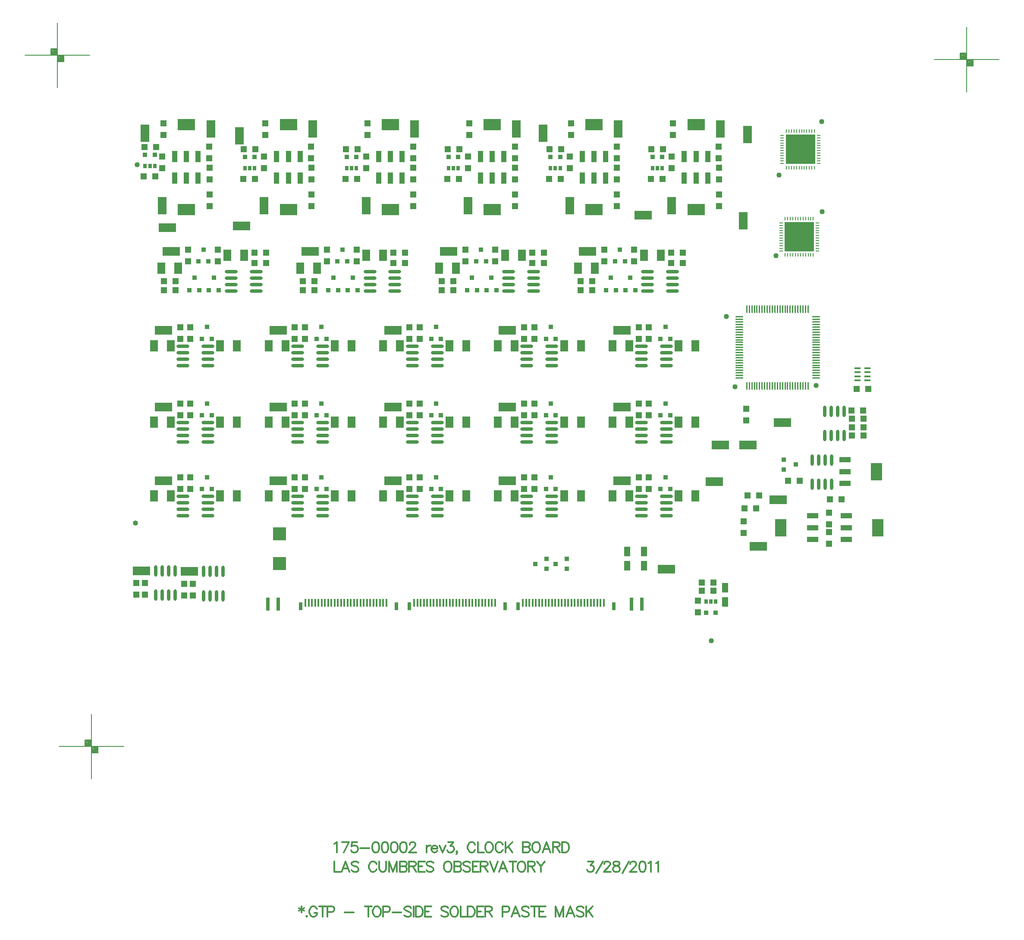
<source format=gtp>
%FSLAX23Y23*%
%MOIN*%
G70*
G01*
G75*
G04 Layer_Color=8421504*
%ADD10O,0.010X0.061*%
%ADD11O,0.061X0.010*%
%ADD12R,0.037X0.035*%
%ADD13R,0.037X0.035*%
%ADD14R,0.035X0.037*%
%ADD15R,0.035X0.037*%
%ADD16R,0.138X0.085*%
%ADD17R,0.043X0.085*%
%ADD18R,0.043X0.085*%
%ADD19R,0.135X0.070*%
%ADD20R,0.028X0.036*%
%ADD21R,0.036X0.036*%
%ADD22R,0.036X0.036*%
%ADD23R,0.100X0.100*%
%ADD24R,0.060X0.086*%
%ADD25R,0.045X0.017*%
%ADD26R,0.031X0.060*%
%ADD27R,0.014X0.060*%
%ADD28R,0.030X0.100*%
%ADD29R,0.228X0.228*%
%ADD30O,0.008X0.033*%
%ADD31O,0.033X0.008*%
%ADD32O,0.024X0.087*%
%ADD33R,0.050X0.050*%
%ADD34R,0.070X0.135*%
%ADD35O,0.098X0.028*%
%ADD36R,0.050X0.050*%
%ADD37R,0.085X0.043*%
%ADD38R,0.085X0.043*%
%ADD39R,0.085X0.138*%
%ADD40R,0.048X0.078*%
%ADD41C,0.040*%
%ADD42C,0.010*%
%ADD43C,0.005*%
%ADD44C,0.020*%
%ADD45C,0.007*%
%ADD46C,0.012*%
%ADD47R,1.181X0.787*%
%ADD48C,0.008*%
%ADD49C,0.012*%
%ADD50C,0.012*%
%ADD51C,0.020*%
%ADD52C,0.026*%
%ADD53R,0.059X0.059*%
%ADD54C,0.059*%
%ADD55C,0.236*%
%ADD56C,0.050*%
%ADD57C,0.024*%
%ADD58C,0.040*%
%ADD59C,0.030*%
%ADD60C,0.033*%
%ADD61C,0.055*%
G04:AMPARAMS|DCode=62|XSize=70mil|YSize=70mil|CornerRadius=0mil|HoleSize=0mil|Usage=FLASHONLY|Rotation=0.000|XOffset=0mil|YOffset=0mil|HoleType=Round|Shape=Relief|Width=10mil|Gap=10mil|Entries=4|*
%AMTHD62*
7,0,0,0.070,0.050,0.010,45*
%
%ADD62THD62*%
G04:AMPARAMS|DCode=63|XSize=95.433mil|YSize=95.433mil|CornerRadius=0mil|HoleSize=0mil|Usage=FLASHONLY|Rotation=0.000|XOffset=0mil|YOffset=0mil|HoleType=Round|Shape=Relief|Width=10mil|Gap=10mil|Entries=4|*
%AMTHD63*
7,0,0,0.095,0.075,0.010,45*
%
%ADD63THD63*%
%ADD64C,0.045*%
%ADD65R,0.065X0.024*%
%ADD66R,0.094X0.102*%
%ADD67R,0.075X0.063*%
%ADD68O,0.087X0.024*%
%ADD69R,0.078X0.048*%
%ADD70O,0.028X0.098*%
%ADD71R,1.181X0.787*%
%ADD72C,0.024*%
%ADD73C,0.010*%
%ADD74C,0.010*%
%ADD75C,0.008*%
%ADD76C,0.006*%
%ADD77R,0.240X0.165*%
D10*
X26134Y18071D02*
D03*
X26154D02*
D03*
X26174D02*
D03*
X26194D02*
D03*
X26213D02*
D03*
X26233D02*
D03*
X26253D02*
D03*
X26272D02*
D03*
X26292D02*
D03*
X26312D02*
D03*
X26331D02*
D03*
X26351D02*
D03*
X26371D02*
D03*
X26390D02*
D03*
X26410D02*
D03*
X26430D02*
D03*
X26449D02*
D03*
X26469D02*
D03*
X26489D02*
D03*
X26508D02*
D03*
X26528D02*
D03*
X26548D02*
D03*
X26568D02*
D03*
X26587D02*
D03*
X26607D02*
D03*
Y17479D02*
D03*
X26587D02*
D03*
X26568D02*
D03*
X26548D02*
D03*
X26528D02*
D03*
X26508D02*
D03*
X26489D02*
D03*
X26469D02*
D03*
X26449D02*
D03*
X26430D02*
D03*
X26410D02*
D03*
X26390D02*
D03*
X26371D02*
D03*
X26351D02*
D03*
X26331D02*
D03*
X26312D02*
D03*
X26292D02*
D03*
X26272D02*
D03*
X26253D02*
D03*
X26233D02*
D03*
X26213D02*
D03*
X26194D02*
D03*
X26174D02*
D03*
X26154D02*
D03*
X26134D02*
D03*
D11*
X26667Y18011D02*
D03*
Y17992D02*
D03*
Y17972D02*
D03*
Y17952D02*
D03*
Y17933D02*
D03*
Y17913D02*
D03*
Y17893D02*
D03*
Y17874D02*
D03*
Y17854D02*
D03*
Y17834D02*
D03*
Y17815D02*
D03*
Y17795D02*
D03*
Y17775D02*
D03*
Y17755D02*
D03*
Y17736D02*
D03*
Y17716D02*
D03*
Y17696D02*
D03*
Y17677D02*
D03*
Y17657D02*
D03*
Y17637D02*
D03*
Y17618D02*
D03*
Y17598D02*
D03*
Y17578D02*
D03*
Y17559D02*
D03*
Y17539D02*
D03*
X26074D02*
D03*
Y17559D02*
D03*
Y17578D02*
D03*
Y17598D02*
D03*
Y17618D02*
D03*
Y17637D02*
D03*
Y17657D02*
D03*
Y17677D02*
D03*
Y17696D02*
D03*
Y17716D02*
D03*
Y17736D02*
D03*
Y17755D02*
D03*
Y17775D02*
D03*
Y17795D02*
D03*
Y17815D02*
D03*
Y17834D02*
D03*
Y17854D02*
D03*
Y17874D02*
D03*
Y17893D02*
D03*
Y17913D02*
D03*
Y17933D02*
D03*
Y17952D02*
D03*
Y17972D02*
D03*
Y17992D02*
D03*
Y18011D02*
D03*
D12*
X26419Y16909D02*
D03*
X26512Y16872D02*
D03*
D13*
X26419Y16834D02*
D03*
D14*
X21864Y18317D02*
D03*
X21826Y18219D02*
D03*
X25466Y17842D02*
D03*
X25504Y17935D02*
D03*
X22809Y17842D02*
D03*
X22846Y17935D02*
D03*
X25115Y18442D02*
D03*
X25152Y18534D02*
D03*
X24042Y18442D02*
D03*
X24079Y18534D02*
D03*
X22969Y18442D02*
D03*
X23007Y18534D02*
D03*
X21896Y18442D02*
D03*
X21934Y18534D02*
D03*
X24580Y17842D02*
D03*
X24618Y17935D02*
D03*
X23695Y17842D02*
D03*
X23732Y17935D02*
D03*
X21923Y17842D02*
D03*
X21960Y17935D02*
D03*
X25232Y18317D02*
D03*
X25195Y18219D02*
D03*
X24159Y18317D02*
D03*
X24122Y18219D02*
D03*
X23087Y18317D02*
D03*
X23049Y18219D02*
D03*
X22014Y18317D02*
D03*
X21976Y18219D02*
D03*
X25082Y18317D02*
D03*
X25045Y18219D02*
D03*
X24009Y18317D02*
D03*
X23972Y18219D02*
D03*
X22937Y18317D02*
D03*
X22899Y18219D02*
D03*
X21960Y17344D02*
D03*
X21923Y17252D02*
D03*
X24618Y17344D02*
D03*
X24580Y17252D02*
D03*
X25504Y17344D02*
D03*
X25466Y17252D02*
D03*
X21960Y16773D02*
D03*
X21923Y16681D02*
D03*
X22846Y16773D02*
D03*
X22809Y16681D02*
D03*
X25504Y16773D02*
D03*
X25466Y16681D02*
D03*
X22846Y17344D02*
D03*
X22809Y17252D02*
D03*
X23732Y17344D02*
D03*
X23695Y17252D02*
D03*
X23732Y16773D02*
D03*
X23695Y16681D02*
D03*
X24618Y16773D02*
D03*
X24580Y16681D02*
D03*
D15*
X21901Y18219D02*
D03*
X25541Y17842D02*
D03*
X22884D02*
D03*
X25190Y18442D02*
D03*
X24117D02*
D03*
X23044D02*
D03*
X21971D02*
D03*
X24655Y17842D02*
D03*
X23769D02*
D03*
X21998D02*
D03*
X25270Y18219D02*
D03*
X24197D02*
D03*
X23124D02*
D03*
X22051D02*
D03*
X25120D02*
D03*
X24047D02*
D03*
X22974D02*
D03*
X21998Y17252D02*
D03*
X24655D02*
D03*
X25541D02*
D03*
X21998Y16681D02*
D03*
X22884D02*
D03*
X25541D02*
D03*
X22884Y17252D02*
D03*
X23769Y17252D02*
D03*
X23769Y16681D02*
D03*
X24655D02*
D03*
D16*
X25740Y19498D02*
D03*
X21803Y19498D02*
D03*
X25740Y18841D02*
D03*
X24952D02*
D03*
X24165D02*
D03*
X23377D02*
D03*
X22590D02*
D03*
X21803D02*
D03*
X24952Y19498D02*
D03*
X24165Y19498D02*
D03*
X23377Y19498D02*
D03*
X22590Y19498D02*
D03*
D17*
X25830Y19254D02*
D03*
X25649D02*
D03*
X21712Y19254D02*
D03*
X21893D02*
D03*
X25830Y19085D02*
D03*
X25649D02*
D03*
X25043Y19085D02*
D03*
X24862D02*
D03*
X24255D02*
D03*
X24074D02*
D03*
X23468D02*
D03*
X23287D02*
D03*
X22681D02*
D03*
X22499D02*
D03*
X21893D02*
D03*
X21712D02*
D03*
X24862Y19254D02*
D03*
X25043D02*
D03*
X24074Y19254D02*
D03*
X24255D02*
D03*
X23287Y19254D02*
D03*
X23468D02*
D03*
X22499Y19254D02*
D03*
X22681D02*
D03*
D18*
X25740Y19254D02*
D03*
X21803Y19254D02*
D03*
X25740Y19085D02*
D03*
X24952Y19085D02*
D03*
X24165D02*
D03*
X23377D02*
D03*
X22590D02*
D03*
X21803D02*
D03*
X24952Y19254D02*
D03*
X24165Y19254D02*
D03*
X23377Y19254D02*
D03*
X22590Y19254D02*
D03*
D19*
X24283Y16747D02*
D03*
X22228Y18716D02*
D03*
X25510Y16062D02*
D03*
X26407Y17196D02*
D03*
X26142Y17021D02*
D03*
X25333Y18798D02*
D03*
X21655Y18703D02*
D03*
X25169Y17908D02*
D03*
X22511D02*
D03*
X21626D02*
D03*
X23397D02*
D03*
X24283D02*
D03*
X21684Y18518D02*
D03*
X22757D02*
D03*
X23829D02*
D03*
X24902D02*
D03*
X25880Y16738D02*
D03*
X26223Y16239D02*
D03*
X26374Y16599D02*
D03*
X25929Y17024D02*
D03*
X21455Y16050D02*
D03*
X21825Y16045D02*
D03*
X21626Y17317D02*
D03*
X24283D02*
D03*
X25169D02*
D03*
X21626Y16747D02*
D03*
X22511D02*
D03*
X25169D02*
D03*
X22511Y17317D02*
D03*
X23397Y17317D02*
D03*
Y16747D02*
D03*
D20*
X25893Y15813D02*
D03*
X25819D02*
D03*
X25856D02*
D03*
X25404Y19162D02*
D03*
X25478D02*
D03*
X25441D02*
D03*
X24616D02*
D03*
X24690D02*
D03*
X24653D02*
D03*
X23829D02*
D03*
X23903D02*
D03*
X23866D02*
D03*
X23042D02*
D03*
X23116D02*
D03*
X23079D02*
D03*
X22254D02*
D03*
X22328D02*
D03*
X22291D02*
D03*
X21483Y19179D02*
D03*
X21557D02*
D03*
X21520D02*
D03*
D21*
X25893Y15727D02*
D03*
X25819D02*
D03*
X25404Y19248D02*
D03*
X25478D02*
D03*
X24616D02*
D03*
X24690D02*
D03*
X23829D02*
D03*
X23903D02*
D03*
X23042D02*
D03*
X23116D02*
D03*
X22254D02*
D03*
X22328D02*
D03*
X21483Y19265D02*
D03*
X21557D02*
D03*
D22*
X24740Y16141D02*
D03*
X24654Y16104D02*
D03*
X24740Y16067D02*
D03*
X24584Y16141D02*
D03*
X24498Y16104D02*
D03*
X24584Y16067D02*
D03*
D23*
X22521Y16336D02*
D03*
Y16106D02*
D03*
D24*
X24720Y16628D02*
D03*
X24850D02*
D03*
X25736Y17790D02*
D03*
X25606D02*
D03*
X23078D02*
D03*
X22948D02*
D03*
X25094D02*
D03*
X25224D02*
D03*
X22437D02*
D03*
X22567D02*
D03*
X24827Y18388D02*
D03*
X24957D02*
D03*
X23754D02*
D03*
X23884D02*
D03*
X22812D02*
D03*
X22682D02*
D03*
X21609D02*
D03*
X21739D02*
D03*
X25337Y18488D02*
D03*
X25467D02*
D03*
X24264D02*
D03*
X24394D02*
D03*
X23322D02*
D03*
X23192D02*
D03*
X22119D02*
D03*
X22249D02*
D03*
X24850Y17790D02*
D03*
X24720D02*
D03*
X23964D02*
D03*
X23834D02*
D03*
X22193D02*
D03*
X22063D02*
D03*
X24208D02*
D03*
X24338D02*
D03*
X23322D02*
D03*
X23452D02*
D03*
X21551D02*
D03*
X21681D02*
D03*
Y17199D02*
D03*
X21551D02*
D03*
X24338D02*
D03*
X24208D02*
D03*
X25224D02*
D03*
X25094D02*
D03*
X21681Y16628D02*
D03*
X21551D02*
D03*
X22567D02*
D03*
X22437D02*
D03*
X25224Y16628D02*
D03*
X25094D02*
D03*
X22063Y17199D02*
D03*
X22193D02*
D03*
X24720D02*
D03*
X24850D02*
D03*
X25606D02*
D03*
X25736D02*
D03*
X22063Y16628D02*
D03*
X22193D02*
D03*
X22948D02*
D03*
X23078D02*
D03*
X25606Y16628D02*
D03*
X25736D02*
D03*
X22567Y17199D02*
D03*
X22437D02*
D03*
X23452Y17199D02*
D03*
X23322D02*
D03*
X23452Y16628D02*
D03*
X23322D02*
D03*
X24338D02*
D03*
X24208D02*
D03*
X22948Y17199D02*
D03*
X23078D02*
D03*
X23834Y17199D02*
D03*
X23964D02*
D03*
X23834Y16628D02*
D03*
X23964D02*
D03*
D25*
X27066Y17617D02*
D03*
Y17586D02*
D03*
Y17554D02*
D03*
Y17523D02*
D03*
X26989D02*
D03*
Y17554D02*
D03*
Y17586D02*
D03*
Y17617D02*
D03*
D26*
X22685Y15776D02*
D03*
X23425D02*
D03*
X23525D02*
D03*
X24265D02*
D03*
X24365D02*
D03*
X25105D02*
D03*
D27*
X25028Y15804D02*
D03*
X25003D02*
D03*
X24978D02*
D03*
X24953D02*
D03*
X24928D02*
D03*
X24903D02*
D03*
X24878D02*
D03*
X24853D02*
D03*
X24828D02*
D03*
X24803D02*
D03*
X24778D02*
D03*
X24753D02*
D03*
X24728D02*
D03*
X24703D02*
D03*
X24678D02*
D03*
X24653D02*
D03*
X24628D02*
D03*
X24603D02*
D03*
X24578D02*
D03*
X24553D02*
D03*
X24528D02*
D03*
X24503D02*
D03*
X24478D02*
D03*
X24453D02*
D03*
X24428D02*
D03*
X24403D02*
D03*
X24187Y15803D02*
D03*
X24162D02*
D03*
X24137D02*
D03*
X24112D02*
D03*
X24087D02*
D03*
X24062D02*
D03*
X24037D02*
D03*
X24012D02*
D03*
X23987D02*
D03*
X23962D02*
D03*
X23937D02*
D03*
X23912D02*
D03*
X23887D02*
D03*
X23862D02*
D03*
X23837D02*
D03*
X23812D02*
D03*
X23787D02*
D03*
X23762D02*
D03*
X23737D02*
D03*
X23712D02*
D03*
X23687D02*
D03*
X23662D02*
D03*
X23637D02*
D03*
X23612D02*
D03*
X23587D02*
D03*
X23562D02*
D03*
X23347D02*
D03*
X23322D02*
D03*
X23297D02*
D03*
X23272D02*
D03*
X23247D02*
D03*
X23222D02*
D03*
X23197D02*
D03*
X23172D02*
D03*
X23147D02*
D03*
X23122D02*
D03*
X23097D02*
D03*
X23072D02*
D03*
X23047D02*
D03*
X23022D02*
D03*
X22997D02*
D03*
X22972D02*
D03*
X22947D02*
D03*
X22922D02*
D03*
X22897D02*
D03*
X22872D02*
D03*
X22847D02*
D03*
X22822D02*
D03*
X22797D02*
D03*
X22772D02*
D03*
X22747D02*
D03*
X22722D02*
D03*
D28*
X22431Y15794D02*
D03*
X22510D02*
D03*
X25241Y15794D02*
D03*
X25320D02*
D03*
D29*
X26538Y18631D02*
D03*
X26547Y19308D02*
D03*
D30*
X26429Y18772D02*
D03*
X26449D02*
D03*
X26469D02*
D03*
X26489D02*
D03*
X26508D02*
D03*
X26528D02*
D03*
X26548D02*
D03*
X26567D02*
D03*
X26587D02*
D03*
X26607D02*
D03*
X26626D02*
D03*
X26646D02*
D03*
Y18491D02*
D03*
X26626D02*
D03*
X26607D02*
D03*
X26587D02*
D03*
X26567D02*
D03*
X26548D02*
D03*
X26528D02*
D03*
X26508D02*
D03*
X26489D02*
D03*
X26469D02*
D03*
X26449D02*
D03*
X26429D02*
D03*
X26438Y19449D02*
D03*
X26458D02*
D03*
X26478D02*
D03*
X26498D02*
D03*
X26517D02*
D03*
X26537D02*
D03*
X26557D02*
D03*
X26576D02*
D03*
X26596D02*
D03*
X26616D02*
D03*
X26635D02*
D03*
X26655D02*
D03*
Y19167D02*
D03*
X26635D02*
D03*
X26596D02*
D03*
X26576D02*
D03*
X26557D02*
D03*
X26537D02*
D03*
X26517D02*
D03*
X26498D02*
D03*
X26478D02*
D03*
X26458D02*
D03*
X26438D02*
D03*
X26616D02*
D03*
D31*
X26679Y18740D02*
D03*
Y18720D02*
D03*
Y18700D02*
D03*
Y18680D02*
D03*
Y18661D02*
D03*
Y18641D02*
D03*
Y18621D02*
D03*
Y18602D02*
D03*
Y18582D02*
D03*
Y18562D02*
D03*
Y18543D02*
D03*
Y18523D02*
D03*
X26397D02*
D03*
Y18543D02*
D03*
Y18562D02*
D03*
Y18582D02*
D03*
Y18602D02*
D03*
Y18621D02*
D03*
Y18641D02*
D03*
Y18661D02*
D03*
Y18680D02*
D03*
Y18700D02*
D03*
Y18720D02*
D03*
Y18740D02*
D03*
X26688Y19416D02*
D03*
Y19397D02*
D03*
Y19377D02*
D03*
Y19357D02*
D03*
Y19338D02*
D03*
Y19318D02*
D03*
Y19298D02*
D03*
Y19278D02*
D03*
Y19259D02*
D03*
Y19239D02*
D03*
Y19219D02*
D03*
Y19200D02*
D03*
X26406Y19219D02*
D03*
Y19239D02*
D03*
Y19259D02*
D03*
Y19278D02*
D03*
Y19298D02*
D03*
Y19318D02*
D03*
Y19338D02*
D03*
Y19357D02*
D03*
Y19377D02*
D03*
Y19397D02*
D03*
Y19416D02*
D03*
Y19200D02*
D03*
D32*
X21935Y15856D02*
D03*
X21985D02*
D03*
X22035D02*
D03*
X22085D02*
D03*
X21935Y16045D02*
D03*
X21985D02*
D03*
X22035D02*
D03*
X22085D02*
D03*
X26735Y17095D02*
D03*
X26785D02*
D03*
X26835D02*
D03*
X26885D02*
D03*
X26735Y17284D02*
D03*
X26785D02*
D03*
X26835D02*
D03*
X26885D02*
D03*
X21565Y15861D02*
D03*
X21615D02*
D03*
X21665D02*
D03*
X21715D02*
D03*
X21565Y16050D02*
D03*
X21615D02*
D03*
X21665D02*
D03*
X21715D02*
D03*
X26638Y16718D02*
D03*
X26688D02*
D03*
X26738D02*
D03*
X26788D02*
D03*
X26638Y16907D02*
D03*
X26688D02*
D03*
X26738D02*
D03*
X26788D02*
D03*
D33*
X25486Y19308D02*
D03*
X25396D02*
D03*
X24698D02*
D03*
X24608D02*
D03*
X23911D02*
D03*
X23821D02*
D03*
X23124D02*
D03*
X23034D02*
D03*
X22336D02*
D03*
X22246D02*
D03*
X21568Y19325D02*
D03*
X21478D02*
D03*
X25876Y15895D02*
D03*
X25786D02*
D03*
X25876Y15960D02*
D03*
X25786D02*
D03*
X26945Y17095D02*
D03*
X27035D02*
D03*
X27035Y17160D02*
D03*
X26945D02*
D03*
X25483Y19080D02*
D03*
X25393D02*
D03*
X24605D02*
D03*
X24695D02*
D03*
X23818D02*
D03*
X23908D02*
D03*
X23031D02*
D03*
X23121D02*
D03*
X22243D02*
D03*
X22333D02*
D03*
X21473Y19099D02*
D03*
X21563D02*
D03*
X25547Y18428D02*
D03*
X25637D02*
D03*
X24474D02*
D03*
X24564D02*
D03*
X23402D02*
D03*
X23492D02*
D03*
X22329D02*
D03*
X22419D02*
D03*
X24937Y18288D02*
D03*
X24847D02*
D03*
X23864D02*
D03*
X23774D02*
D03*
X22792D02*
D03*
X22702D02*
D03*
X21719D02*
D03*
X21629D02*
D03*
X24847Y18218D02*
D03*
X24937D02*
D03*
X23774D02*
D03*
X23864D02*
D03*
X22792D02*
D03*
X22702D02*
D03*
X21629D02*
D03*
X21719D02*
D03*
X25637Y18508D02*
D03*
X25547D02*
D03*
X24564D02*
D03*
X24474D02*
D03*
X23402D02*
D03*
X23492D02*
D03*
X22419D02*
D03*
X22329D02*
D03*
X27035Y17225D02*
D03*
X26945D02*
D03*
X27070Y17457D02*
D03*
X26980D02*
D03*
X26942Y17290D02*
D03*
X27032D02*
D03*
X26775Y16604D02*
D03*
X26865D02*
D03*
X26543Y16746D02*
D03*
X26453D02*
D03*
X26228Y16633D02*
D03*
X26138D02*
D03*
X26204Y16532D02*
D03*
X26114D02*
D03*
D34*
X26105Y18755D02*
D03*
X21480Y19433D02*
D03*
X26137Y19422D02*
D03*
X24559Y19434D02*
D03*
X22212Y19411D02*
D03*
X21990Y19465D02*
D03*
X22777D02*
D03*
X23564D02*
D03*
X24352D02*
D03*
X25139D02*
D03*
X25927D02*
D03*
X21616Y18873D02*
D03*
X22403D02*
D03*
X23190D02*
D03*
X23978D02*
D03*
X24765D02*
D03*
X25553D02*
D03*
D35*
X25319Y17786D02*
D03*
Y17736D02*
D03*
Y17686D02*
D03*
Y17636D02*
D03*
X25511Y17786D02*
D03*
Y17736D02*
D03*
Y17686D02*
D03*
Y17636D02*
D03*
X22661Y17786D02*
D03*
Y17736D02*
D03*
Y17686D02*
D03*
Y17636D02*
D03*
X22854Y17786D02*
D03*
Y17736D02*
D03*
Y17686D02*
D03*
Y17636D02*
D03*
X25366Y18363D02*
D03*
Y18313D02*
D03*
Y18263D02*
D03*
Y18213D02*
D03*
X25559Y18363D02*
D03*
Y18313D02*
D03*
Y18263D02*
D03*
Y18213D02*
D03*
X24293Y18363D02*
D03*
Y18313D02*
D03*
Y18263D02*
D03*
Y18213D02*
D03*
X24486Y18363D02*
D03*
Y18313D02*
D03*
Y18263D02*
D03*
Y18213D02*
D03*
X23220Y18363D02*
D03*
Y18313D02*
D03*
Y18263D02*
D03*
Y18213D02*
D03*
X23413Y18363D02*
D03*
Y18313D02*
D03*
Y18263D02*
D03*
Y18213D02*
D03*
X22147Y18363D02*
D03*
Y18313D02*
D03*
Y18263D02*
D03*
Y18213D02*
D03*
X22340Y18363D02*
D03*
Y18313D02*
D03*
Y18263D02*
D03*
Y18213D02*
D03*
X24433Y17786D02*
D03*
Y17736D02*
D03*
Y17686D02*
D03*
Y17636D02*
D03*
X24626Y17786D02*
D03*
Y17736D02*
D03*
Y17686D02*
D03*
Y17636D02*
D03*
X23547Y17786D02*
D03*
Y17736D02*
D03*
Y17686D02*
D03*
Y17636D02*
D03*
X23740Y17786D02*
D03*
Y17736D02*
D03*
Y17686D02*
D03*
Y17636D02*
D03*
X21775Y17786D02*
D03*
Y17736D02*
D03*
Y17686D02*
D03*
Y17636D02*
D03*
X21968Y17786D02*
D03*
Y17736D02*
D03*
Y17686D02*
D03*
Y17636D02*
D03*
X21968Y17046D02*
D03*
Y17096D02*
D03*
Y17146D02*
D03*
Y17196D02*
D03*
X21775Y17046D02*
D03*
Y17096D02*
D03*
Y17146D02*
D03*
Y17196D02*
D03*
X24626Y17046D02*
D03*
Y17096D02*
D03*
Y17146D02*
D03*
Y17196D02*
D03*
X24433Y17046D02*
D03*
Y17096D02*
D03*
Y17146D02*
D03*
Y17196D02*
D03*
X25511Y17046D02*
D03*
Y17096D02*
D03*
Y17146D02*
D03*
Y17196D02*
D03*
X25319Y17046D02*
D03*
Y17096D02*
D03*
Y17146D02*
D03*
Y17196D02*
D03*
X21968Y16475D02*
D03*
Y16525D02*
D03*
Y16575D02*
D03*
Y16625D02*
D03*
X21775Y16475D02*
D03*
Y16525D02*
D03*
Y16575D02*
D03*
Y16625D02*
D03*
X22854Y16475D02*
D03*
Y16525D02*
D03*
Y16575D02*
D03*
Y16625D02*
D03*
X22661Y16475D02*
D03*
Y16525D02*
D03*
Y16575D02*
D03*
Y16625D02*
D03*
X25511Y16475D02*
D03*
Y16525D02*
D03*
Y16575D02*
D03*
Y16625D02*
D03*
X25319Y16475D02*
D03*
Y16525D02*
D03*
Y16575D02*
D03*
Y16625D02*
D03*
X22854Y17046D02*
D03*
Y17096D02*
D03*
Y17146D02*
D03*
Y17196D02*
D03*
X22661Y17046D02*
D03*
Y17096D02*
D03*
Y17146D02*
D03*
Y17196D02*
D03*
X23740Y17046D02*
D03*
Y17096D02*
D03*
Y17146D02*
D03*
Y17196D02*
D03*
X23547Y17046D02*
D03*
Y17096D02*
D03*
Y17146D02*
D03*
Y17196D02*
D03*
X23740Y16475D02*
D03*
Y16525D02*
D03*
Y16575D02*
D03*
Y16625D02*
D03*
X23547Y16475D02*
D03*
Y16525D02*
D03*
Y16575D02*
D03*
Y16625D02*
D03*
X24626Y16475D02*
D03*
Y16525D02*
D03*
Y16575D02*
D03*
Y16625D02*
D03*
X24433Y16475D02*
D03*
Y16525D02*
D03*
Y16575D02*
D03*
Y16625D02*
D03*
D36*
X25297Y17933D02*
D03*
Y17843D02*
D03*
X22639Y17933D02*
D03*
Y17843D02*
D03*
X25376Y17933D02*
D03*
Y17843D02*
D03*
X22718Y17933D02*
D03*
Y17843D02*
D03*
X21480Y15955D02*
D03*
Y15865D02*
D03*
X21785Y15860D02*
D03*
Y15950D02*
D03*
X21850Y15950D02*
D03*
Y15860D02*
D03*
X26768Y16409D02*
D03*
Y16499D02*
D03*
Y16259D02*
D03*
Y16349D02*
D03*
X25917Y18959D02*
D03*
Y18869D02*
D03*
X25129D02*
D03*
Y18959D02*
D03*
X24342Y18869D02*
D03*
Y18959D02*
D03*
X23555Y18869D02*
D03*
Y18959D02*
D03*
X22767Y18869D02*
D03*
Y18959D02*
D03*
X21980Y18869D02*
D03*
Y18959D02*
D03*
X25916Y19240D02*
D03*
Y19330D02*
D03*
X25128Y19240D02*
D03*
Y19330D02*
D03*
X24341Y19240D02*
D03*
Y19330D02*
D03*
X23554Y19240D02*
D03*
Y19330D02*
D03*
X22766Y19240D02*
D03*
Y19330D02*
D03*
X21979Y19240D02*
D03*
Y19330D02*
D03*
X25562Y19420D02*
D03*
Y19510D02*
D03*
X24775Y19420D02*
D03*
Y19510D02*
D03*
X23988Y19420D02*
D03*
Y19510D02*
D03*
X23200Y19420D02*
D03*
Y19510D02*
D03*
X22413Y19420D02*
D03*
Y19510D02*
D03*
X21625Y19420D02*
D03*
Y19510D02*
D03*
X25756Y15730D02*
D03*
Y15820D02*
D03*
X25917Y19165D02*
D03*
Y19075D02*
D03*
X25129Y19165D02*
D03*
Y19075D02*
D03*
X24342Y19165D02*
D03*
Y19075D02*
D03*
X23555Y19165D02*
D03*
Y19075D02*
D03*
X22767Y19165D02*
D03*
Y19075D02*
D03*
X21980Y19165D02*
D03*
Y19075D02*
D03*
X25553Y19254D02*
D03*
Y19164D02*
D03*
X24765Y19254D02*
D03*
Y19164D02*
D03*
X23978Y19254D02*
D03*
Y19164D02*
D03*
X23190Y19254D02*
D03*
Y19164D02*
D03*
X22403Y19254D02*
D03*
Y19164D02*
D03*
X21616Y19254D02*
D03*
Y19164D02*
D03*
X26127Y17302D02*
D03*
Y17212D02*
D03*
X21415Y15865D02*
D03*
Y15955D02*
D03*
X25262Y18533D02*
D03*
Y18443D02*
D03*
X24189Y18533D02*
D03*
Y18443D02*
D03*
X23117Y18533D02*
D03*
Y18443D02*
D03*
X22044Y18533D02*
D03*
Y18443D02*
D03*
X25032Y18533D02*
D03*
Y18443D02*
D03*
X23959Y18533D02*
D03*
Y18443D02*
D03*
X22887Y18533D02*
D03*
Y18443D02*
D03*
X21814Y18533D02*
D03*
Y18443D02*
D03*
X24411Y17933D02*
D03*
Y17843D02*
D03*
X23525Y17933D02*
D03*
Y17843D02*
D03*
X21754Y17933D02*
D03*
Y17843D02*
D03*
X24490Y17933D02*
D03*
Y17843D02*
D03*
X23604Y17933D02*
D03*
Y17843D02*
D03*
X21832Y17933D02*
D03*
Y17843D02*
D03*
Y17253D02*
D03*
Y17343D02*
D03*
X24490Y17253D02*
D03*
Y17343D02*
D03*
X25376Y17253D02*
D03*
Y17343D02*
D03*
X21832Y16682D02*
D03*
Y16772D02*
D03*
X22718Y16682D02*
D03*
Y16772D02*
D03*
X25376Y16682D02*
D03*
Y16772D02*
D03*
X21754Y17253D02*
D03*
Y17343D02*
D03*
X24411Y17253D02*
D03*
Y17343D02*
D03*
X25297Y17253D02*
D03*
Y17343D02*
D03*
X21754Y16682D02*
D03*
Y16772D02*
D03*
X22639Y16682D02*
D03*
Y16772D02*
D03*
X25297Y16682D02*
D03*
Y16772D02*
D03*
X22718Y17253D02*
D03*
Y17343D02*
D03*
X23604Y17253D02*
D03*
Y17343D02*
D03*
Y16682D02*
D03*
Y16772D02*
D03*
X24490Y16682D02*
D03*
Y16772D02*
D03*
X22639Y17253D02*
D03*
Y17343D02*
D03*
X23525Y17253D02*
D03*
Y17343D02*
D03*
Y16682D02*
D03*
Y16772D02*
D03*
X24411Y16682D02*
D03*
Y16772D02*
D03*
X26107Y16341D02*
D03*
Y16431D02*
D03*
D37*
X26891Y16908D02*
D03*
Y16727D02*
D03*
X26901Y16475D02*
D03*
Y16294D02*
D03*
X26641Y16475D02*
D03*
Y16294D02*
D03*
D38*
X26891Y16817D02*
D03*
X26901Y16384D02*
D03*
X26641Y16384D02*
D03*
D39*
X27135Y16817D02*
D03*
X27146Y16384D02*
D03*
X26396Y16384D02*
D03*
D40*
X25209Y16089D02*
D03*
Y16199D02*
D03*
X25337Y16089D02*
D03*
Y16199D02*
D03*
X25966Y15920D02*
D03*
Y15810D02*
D03*
D41*
X26381Y19110D02*
D03*
X26713Y19524D02*
D03*
X26358Y18487D02*
D03*
X26715Y18825D02*
D03*
X25975Y18017D02*
D03*
X26043Y17471D02*
D03*
X26668Y17483D02*
D03*
X25857Y15508D02*
D03*
X21409Y16420D02*
D03*
X21423Y19190D02*
D03*
D48*
X20554Y20037D02*
X21054D01*
X20804Y19787D02*
Y20287D01*
X20754Y20037D02*
Y20087D01*
X20804D01*
X20854Y19987D02*
Y20037D01*
X20804Y19987D02*
X20854D01*
X20809Y20032D02*
X20849D01*
Y19992D02*
Y20032D01*
X20809Y19992D02*
X20849D01*
X20809D02*
Y20032D01*
X20814Y20027D02*
X20844D01*
Y19997D02*
Y20027D01*
X20814Y19997D02*
X20844D01*
X20814D02*
Y20022D01*
X20819D02*
X20839D01*
Y20002D02*
Y20022D01*
X20819Y20002D02*
X20839D01*
X20819D02*
Y20017D01*
X20824D02*
X20834D01*
Y20007D02*
Y20017D01*
X20824Y20007D02*
X20834D01*
X20824D02*
Y20017D01*
Y20012D02*
X20834D01*
X20759Y20082D02*
X20799D01*
Y20042D02*
Y20082D01*
X20759Y20042D02*
X20799D01*
X20759D02*
Y20082D01*
X20764Y20077D02*
X20794D01*
Y20047D02*
Y20077D01*
X20764Y20047D02*
X20794D01*
X20764D02*
Y20072D01*
X20769D02*
X20789D01*
Y20052D02*
Y20072D01*
X20769Y20052D02*
X20789D01*
X20769D02*
Y20067D01*
X20774D02*
X20784D01*
Y20057D02*
Y20067D01*
X20774Y20057D02*
X20784D01*
X20774D02*
Y20067D01*
Y20062D02*
X20784D01*
X20818Y14694D02*
X21318D01*
X21068Y14444D02*
Y14944D01*
X21018Y14694D02*
Y14744D01*
X21068D01*
X21118Y14644D02*
Y14694D01*
X21068Y14644D02*
X21118D01*
X21073Y14689D02*
X21113D01*
Y14649D02*
Y14689D01*
X21073Y14649D02*
X21113D01*
X21073D02*
Y14689D01*
X21078Y14684D02*
X21108D01*
Y14654D02*
Y14684D01*
X21078Y14654D02*
X21108D01*
X21078D02*
Y14679D01*
X21083D02*
X21103D01*
Y14659D02*
Y14679D01*
X21083Y14659D02*
X21103D01*
X21083D02*
Y14674D01*
X21088D02*
X21098D01*
Y14664D02*
Y14674D01*
X21088Y14664D02*
X21098D01*
X21088D02*
Y14674D01*
Y14669D02*
X21098D01*
X21023Y14739D02*
X21063D01*
Y14699D02*
Y14739D01*
X21023Y14699D02*
X21063D01*
X21023D02*
Y14739D01*
X21028Y14734D02*
X21058D01*
Y14704D02*
Y14734D01*
X21028Y14704D02*
X21058D01*
X21028D02*
Y14729D01*
X21033D02*
X21053D01*
Y14709D02*
Y14729D01*
X21033Y14709D02*
X21053D01*
X21033D02*
Y14724D01*
X21038D02*
X21048D01*
Y14714D02*
Y14724D01*
X21038Y14714D02*
X21048D01*
X21038D02*
Y14724D01*
Y14719D02*
X21048D01*
X27582Y20004D02*
X28082D01*
X27832Y19754D02*
Y20254D01*
X27782Y20004D02*
Y20054D01*
X27832D01*
X27882Y19954D02*
Y20004D01*
X27832Y19954D02*
X27882D01*
X27837Y19999D02*
X27877D01*
Y19959D02*
Y19999D01*
X27837Y19959D02*
X27877D01*
X27837D02*
Y19999D01*
X27842Y19994D02*
X27872D01*
Y19964D02*
Y19994D01*
X27842Y19964D02*
X27872D01*
X27842D02*
Y19989D01*
X27847D02*
X27867D01*
Y19969D02*
Y19989D01*
X27847Y19969D02*
X27867D01*
X27847D02*
Y19984D01*
X27852D02*
X27862D01*
Y19974D02*
Y19984D01*
X27852Y19974D02*
X27862D01*
X27852D02*
Y19984D01*
Y19979D02*
X27862D01*
X27787Y20049D02*
X27827D01*
Y20009D02*
Y20049D01*
X27787Y20009D02*
X27827D01*
X27787D02*
Y20049D01*
X27792Y20044D02*
X27822D01*
Y20014D02*
Y20044D01*
X27792Y20014D02*
X27822D01*
X27792D02*
Y20039D01*
X27797D02*
X27817D01*
Y20019D02*
Y20039D01*
X27797Y20019D02*
X27817D01*
X27797D02*
Y20034D01*
X27802D02*
X27812D01*
Y20024D02*
Y20034D01*
X27802Y20024D02*
X27812D01*
X27802D02*
Y20034D01*
Y20029D02*
X27812D01*
D49*
X22692Y13455D02*
Y13410D01*
X22673Y13444D02*
X22711Y13421D01*
Y13444D02*
X22673Y13421D01*
X22732Y13383D02*
X22728Y13379D01*
X22732Y13375D01*
X22735Y13379D01*
X22732Y13383D01*
X22810Y13436D02*
X22806Y13444D01*
X22799Y13452D01*
X22791Y13455D01*
X22776D01*
X22768Y13452D01*
X22760Y13444D01*
X22757Y13436D01*
X22753Y13425D01*
Y13406D01*
X22757Y13395D01*
X22760Y13387D01*
X22768Y13379D01*
X22776Y13375D01*
X22791D01*
X22799Y13379D01*
X22806Y13387D01*
X22810Y13395D01*
Y13406D01*
X22791D02*
X22810D01*
X22855Y13455D02*
Y13375D01*
X22828Y13455D02*
X22882D01*
X22891Y13414D02*
X22925D01*
X22937Y13417D01*
X22941Y13421D01*
X22944Y13429D01*
Y13440D01*
X22941Y13448D01*
X22937Y13452D01*
X22925Y13455D01*
X22891D01*
Y13375D01*
X23025Y13410D02*
X23094D01*
X23207Y13455D02*
Y13375D01*
X23180Y13455D02*
X23234D01*
X23266D02*
X23258Y13452D01*
X23251Y13444D01*
X23247Y13436D01*
X23243Y13425D01*
Y13406D01*
X23247Y13395D01*
X23251Y13387D01*
X23258Y13379D01*
X23266Y13375D01*
X23281D01*
X23289Y13379D01*
X23296Y13387D01*
X23300Y13395D01*
X23304Y13406D01*
Y13425D01*
X23300Y13436D01*
X23296Y13444D01*
X23289Y13452D01*
X23281Y13455D01*
X23266D01*
X23323Y13414D02*
X23357D01*
X23368Y13417D01*
X23372Y13421D01*
X23376Y13429D01*
Y13440D01*
X23372Y13448D01*
X23368Y13452D01*
X23357Y13455D01*
X23323D01*
Y13375D01*
X23394Y13410D02*
X23462D01*
X23539Y13444D02*
X23532Y13452D01*
X23520Y13455D01*
X23505D01*
X23494Y13452D01*
X23486Y13444D01*
Y13436D01*
X23490Y13429D01*
X23494Y13425D01*
X23501Y13421D01*
X23524Y13414D01*
X23532Y13410D01*
X23536Y13406D01*
X23539Y13398D01*
Y13387D01*
X23532Y13379D01*
X23520Y13375D01*
X23505D01*
X23494Y13379D01*
X23486Y13387D01*
X23557Y13455D02*
Y13375D01*
X23574Y13455D02*
Y13375D01*
Y13455D02*
X23601D01*
X23612Y13452D01*
X23620Y13444D01*
X23624Y13436D01*
X23627Y13425D01*
Y13406D01*
X23624Y13395D01*
X23620Y13387D01*
X23612Y13379D01*
X23601Y13375D01*
X23574D01*
X23695Y13455D02*
X23645D01*
Y13375D01*
X23695D01*
X23645Y13417D02*
X23676D01*
X23824Y13444D02*
X23817Y13452D01*
X23805Y13455D01*
X23790D01*
X23779Y13452D01*
X23771Y13444D01*
Y13436D01*
X23775Y13429D01*
X23779Y13425D01*
X23786Y13421D01*
X23809Y13414D01*
X23817Y13410D01*
X23820Y13406D01*
X23824Y13398D01*
Y13387D01*
X23817Y13379D01*
X23805Y13375D01*
X23790D01*
X23779Y13379D01*
X23771Y13387D01*
X23865Y13455D02*
X23857Y13452D01*
X23850Y13444D01*
X23846Y13436D01*
X23842Y13425D01*
Y13406D01*
X23846Y13395D01*
X23850Y13387D01*
X23857Y13379D01*
X23865Y13375D01*
X23880D01*
X23888Y13379D01*
X23895Y13387D01*
X23899Y13395D01*
X23903Y13406D01*
Y13425D01*
X23899Y13436D01*
X23895Y13444D01*
X23888Y13452D01*
X23880Y13455D01*
X23865D01*
X23922D02*
Y13375D01*
X23967D01*
X23976Y13455D02*
Y13375D01*
Y13455D02*
X24003D01*
X24014Y13452D01*
X24022Y13444D01*
X24026Y13436D01*
X24030Y13425D01*
Y13406D01*
X24026Y13395D01*
X24022Y13387D01*
X24014Y13379D01*
X24003Y13375D01*
X23976D01*
X24097Y13455D02*
X24047D01*
Y13375D01*
X24097D01*
X24047Y13417D02*
X24078D01*
X24110Y13455D02*
Y13375D01*
Y13455D02*
X24145D01*
X24156Y13452D01*
X24160Y13448D01*
X24164Y13440D01*
Y13433D01*
X24160Y13425D01*
X24156Y13421D01*
X24145Y13417D01*
X24110D01*
X24137D02*
X24164Y13375D01*
X24244Y13414D02*
X24279D01*
X24290Y13417D01*
X24294Y13421D01*
X24298Y13429D01*
Y13440D01*
X24294Y13448D01*
X24290Y13452D01*
X24279Y13455D01*
X24244D01*
Y13375D01*
X24377D02*
X24346Y13455D01*
X24316Y13375D01*
X24327Y13402D02*
X24365D01*
X24448Y13444D02*
X24441Y13452D01*
X24429Y13455D01*
X24414D01*
X24403Y13452D01*
X24395Y13444D01*
Y13436D01*
X24399Y13429D01*
X24403Y13425D01*
X24410Y13421D01*
X24433Y13414D01*
X24441Y13410D01*
X24445Y13406D01*
X24448Y13398D01*
Y13387D01*
X24441Y13379D01*
X24429Y13375D01*
X24414D01*
X24403Y13379D01*
X24395Y13387D01*
X24493Y13455D02*
Y13375D01*
X24466Y13455D02*
X24520D01*
X24579D02*
X24529D01*
Y13375D01*
X24579D01*
X24529Y13417D02*
X24560D01*
X24655Y13455D02*
Y13375D01*
Y13455D02*
X24685Y13375D01*
X24716Y13455D02*
X24685Y13375D01*
X24716Y13455D02*
Y13375D01*
X24800D02*
X24769Y13455D01*
X24739Y13375D01*
X24750Y13402D02*
X24788D01*
X24872Y13444D02*
X24864Y13452D01*
X24853Y13455D01*
X24837D01*
X24826Y13452D01*
X24818Y13444D01*
Y13436D01*
X24822Y13429D01*
X24826Y13425D01*
X24834Y13421D01*
X24856Y13414D01*
X24864Y13410D01*
X24868Y13406D01*
X24872Y13398D01*
Y13387D01*
X24864Y13379D01*
X24853Y13375D01*
X24837D01*
X24826Y13379D01*
X24818Y13387D01*
X24890Y13455D02*
Y13375D01*
X24943Y13455D02*
X24890Y13402D01*
X24909Y13421D02*
X24943Y13375D01*
X22945Y13938D02*
X22953Y13942D01*
X22964Y13953D01*
Y13873D01*
X23057Y13953D02*
X23019Y13873D01*
X23004Y13953D02*
X23057D01*
X23121D02*
X23083D01*
X23079Y13919D01*
X23083Y13923D01*
X23094Y13926D01*
X23106D01*
X23117Y13923D01*
X23125Y13915D01*
X23128Y13904D01*
Y13896D01*
X23125Y13885D01*
X23117Y13877D01*
X23106Y13873D01*
X23094D01*
X23083Y13877D01*
X23079Y13881D01*
X23075Y13888D01*
X23146Y13907D02*
X23215D01*
X23261Y13953D02*
X23250Y13949D01*
X23242Y13938D01*
X23239Y13919D01*
Y13907D01*
X23242Y13888D01*
X23250Y13877D01*
X23261Y13873D01*
X23269D01*
X23280Y13877D01*
X23288Y13888D01*
X23292Y13907D01*
Y13919D01*
X23288Y13938D01*
X23280Y13949D01*
X23269Y13953D01*
X23261D01*
X23333D02*
X23321Y13949D01*
X23314Y13938D01*
X23310Y13919D01*
Y13907D01*
X23314Y13888D01*
X23321Y13877D01*
X23333Y13873D01*
X23340D01*
X23352Y13877D01*
X23359Y13888D01*
X23363Y13907D01*
Y13919D01*
X23359Y13938D01*
X23352Y13949D01*
X23340Y13953D01*
X23333D01*
X23404D02*
X23392Y13949D01*
X23385Y13938D01*
X23381Y13919D01*
Y13907D01*
X23385Y13888D01*
X23392Y13877D01*
X23404Y13873D01*
X23411D01*
X23423Y13877D01*
X23431Y13888D01*
X23434Y13907D01*
Y13919D01*
X23431Y13938D01*
X23423Y13949D01*
X23411Y13953D01*
X23404D01*
X23475D02*
X23464Y13949D01*
X23456Y13938D01*
X23452Y13919D01*
Y13907D01*
X23456Y13888D01*
X23464Y13877D01*
X23475Y13873D01*
X23483D01*
X23494Y13877D01*
X23502Y13888D01*
X23506Y13907D01*
Y13919D01*
X23502Y13938D01*
X23494Y13949D01*
X23483Y13953D01*
X23475D01*
X23527Y13934D02*
Y13938D01*
X23531Y13945D01*
X23535Y13949D01*
X23543Y13953D01*
X23558D01*
X23565Y13949D01*
X23569Y13945D01*
X23573Y13938D01*
Y13930D01*
X23569Y13923D01*
X23562Y13911D01*
X23523Y13873D01*
X23577D01*
X23658Y13926D02*
Y13873D01*
Y13904D02*
X23661Y13915D01*
X23669Y13923D01*
X23677Y13926D01*
X23688D01*
X23695Y13904D02*
X23741D01*
Y13911D01*
X23737Y13919D01*
X23733Y13923D01*
X23726Y13926D01*
X23714D01*
X23707Y13923D01*
X23699Y13915D01*
X23695Y13904D01*
Y13896D01*
X23699Y13885D01*
X23707Y13877D01*
X23714Y13873D01*
X23726D01*
X23733Y13877D01*
X23741Y13885D01*
X23758Y13926D02*
X23781Y13873D01*
X23804Y13926D02*
X23781Y13873D01*
X23824Y13953D02*
X23866D01*
X23843Y13923D01*
X23855D01*
X23862Y13919D01*
X23866Y13915D01*
X23870Y13904D01*
Y13896D01*
X23866Y13885D01*
X23859Y13877D01*
X23847Y13873D01*
X23836D01*
X23824Y13877D01*
X23821Y13881D01*
X23817Y13888D01*
X23896Y13877D02*
X23892Y13873D01*
X23888Y13877D01*
X23892Y13881D01*
X23896Y13877D01*
Y13869D01*
X23892Y13862D01*
X23888Y13858D01*
X24033Y13934D02*
X24029Y13942D01*
X24022Y13949D01*
X24014Y13953D01*
X23999D01*
X23991Y13949D01*
X23984Y13942D01*
X23980Y13934D01*
X23976Y13923D01*
Y13904D01*
X23980Y13892D01*
X23984Y13885D01*
X23991Y13877D01*
X23999Y13873D01*
X24014D01*
X24022Y13877D01*
X24029Y13885D01*
X24033Y13892D01*
X24056Y13953D02*
Y13873D01*
X24101D01*
X24133Y13953D02*
X24125Y13949D01*
X24118Y13942D01*
X24114Y13934D01*
X24110Y13923D01*
Y13904D01*
X24114Y13892D01*
X24118Y13885D01*
X24125Y13877D01*
X24133Y13873D01*
X24148D01*
X24156Y13877D01*
X24163Y13885D01*
X24167Y13892D01*
X24171Y13904D01*
Y13923D01*
X24167Y13934D01*
X24163Y13942D01*
X24156Y13949D01*
X24148Y13953D01*
X24133D01*
X24247Y13934D02*
X24243Y13942D01*
X24235Y13949D01*
X24228Y13953D01*
X24212D01*
X24205Y13949D01*
X24197Y13942D01*
X24193Y13934D01*
X24190Y13923D01*
Y13904D01*
X24193Y13892D01*
X24197Y13885D01*
X24205Y13877D01*
X24212Y13873D01*
X24228D01*
X24235Y13877D01*
X24243Y13885D01*
X24247Y13892D01*
X24269Y13953D02*
Y13873D01*
X24323Y13953D02*
X24269Y13900D01*
X24288Y13919D02*
X24323Y13873D01*
X24403Y13953D02*
Y13873D01*
Y13953D02*
X24438D01*
X24449Y13949D01*
X24453Y13945D01*
X24457Y13938D01*
Y13930D01*
X24453Y13923D01*
X24449Y13919D01*
X24438Y13915D01*
X24403D02*
X24438D01*
X24449Y13911D01*
X24453Y13907D01*
X24457Y13900D01*
Y13888D01*
X24453Y13881D01*
X24449Y13877D01*
X24438Y13873D01*
X24403D01*
X24497Y13953D02*
X24490Y13949D01*
X24482Y13942D01*
X24478Y13934D01*
X24474Y13923D01*
Y13904D01*
X24478Y13892D01*
X24482Y13885D01*
X24490Y13877D01*
X24497Y13873D01*
X24513D01*
X24520Y13877D01*
X24528Y13885D01*
X24532Y13892D01*
X24535Y13904D01*
Y13923D01*
X24532Y13934D01*
X24528Y13942D01*
X24520Y13949D01*
X24513Y13953D01*
X24497D01*
X24615Y13873D02*
X24585Y13953D01*
X24554Y13873D01*
X24566Y13900D02*
X24604D01*
X24634Y13953D02*
Y13873D01*
Y13953D02*
X24668D01*
X24679Y13949D01*
X24683Y13945D01*
X24687Y13938D01*
Y13930D01*
X24683Y13923D01*
X24679Y13919D01*
X24668Y13915D01*
X24634D01*
X24660D02*
X24687Y13873D01*
X24705Y13953D02*
Y13873D01*
Y13953D02*
X24732D01*
X24743Y13949D01*
X24751Y13942D01*
X24754Y13934D01*
X24758Y13923D01*
Y13904D01*
X24754Y13892D01*
X24751Y13885D01*
X24743Y13877D01*
X24732Y13873D01*
X24705D01*
D50*
X22945Y13803D02*
Y13723D01*
X22991D01*
X23061D02*
X23030Y13803D01*
X23000Y13723D01*
X23011Y13750D02*
X23049D01*
X23133Y13792D02*
X23125Y13799D01*
X23114Y13803D01*
X23098D01*
X23087Y13799D01*
X23079Y13792D01*
Y13784D01*
X23083Y13776D01*
X23087Y13773D01*
X23095Y13769D01*
X23117Y13761D01*
X23125Y13757D01*
X23129Y13754D01*
X23133Y13746D01*
Y13735D01*
X23125Y13727D01*
X23114Y13723D01*
X23098D01*
X23087Y13727D01*
X23079Y13735D01*
X23271Y13784D02*
X23267Y13792D01*
X23259Y13799D01*
X23252Y13803D01*
X23236D01*
X23229Y13799D01*
X23221Y13792D01*
X23217Y13784D01*
X23213Y13773D01*
Y13754D01*
X23217Y13742D01*
X23221Y13735D01*
X23229Y13727D01*
X23236Y13723D01*
X23252D01*
X23259Y13727D01*
X23267Y13735D01*
X23271Y13742D01*
X23293Y13803D02*
Y13746D01*
X23297Y13735D01*
X23304Y13727D01*
X23316Y13723D01*
X23324D01*
X23335Y13727D01*
X23343Y13735D01*
X23346Y13746D01*
Y13803D01*
X23368D02*
Y13723D01*
Y13803D02*
X23399Y13723D01*
X23429Y13803D02*
X23399Y13723D01*
X23429Y13803D02*
Y13723D01*
X23452Y13803D02*
Y13723D01*
Y13803D02*
X23487D01*
X23498Y13799D01*
X23502Y13795D01*
X23506Y13788D01*
Y13780D01*
X23502Y13773D01*
X23498Y13769D01*
X23487Y13765D01*
X23452D02*
X23487D01*
X23498Y13761D01*
X23502Y13757D01*
X23506Y13750D01*
Y13738D01*
X23502Y13731D01*
X23498Y13727D01*
X23487Y13723D01*
X23452D01*
X23523Y13803D02*
Y13723D01*
Y13803D02*
X23558D01*
X23569Y13799D01*
X23573Y13795D01*
X23577Y13788D01*
Y13780D01*
X23573Y13773D01*
X23569Y13769D01*
X23558Y13765D01*
X23523D01*
X23550D02*
X23577Y13723D01*
X23644Y13803D02*
X23595D01*
Y13723D01*
X23644D01*
X23595Y13765D02*
X23625D01*
X23711Y13792D02*
X23703Y13799D01*
X23692Y13803D01*
X23677D01*
X23665Y13799D01*
X23658Y13792D01*
Y13784D01*
X23661Y13776D01*
X23665Y13773D01*
X23673Y13769D01*
X23696Y13761D01*
X23703Y13757D01*
X23707Y13754D01*
X23711Y13746D01*
Y13735D01*
X23703Y13727D01*
X23692Y13723D01*
X23677D01*
X23665Y13727D01*
X23658Y13735D01*
X23814Y13803D02*
X23807Y13799D01*
X23799Y13792D01*
X23795Y13784D01*
X23792Y13773D01*
Y13754D01*
X23795Y13742D01*
X23799Y13735D01*
X23807Y13727D01*
X23814Y13723D01*
X23830D01*
X23837Y13727D01*
X23845Y13735D01*
X23849Y13742D01*
X23853Y13754D01*
Y13773D01*
X23849Y13784D01*
X23845Y13792D01*
X23837Y13799D01*
X23830Y13803D01*
X23814D01*
X23871D02*
Y13723D01*
Y13803D02*
X23905D01*
X23917Y13799D01*
X23921Y13795D01*
X23925Y13788D01*
Y13780D01*
X23921Y13773D01*
X23917Y13769D01*
X23905Y13765D01*
X23871D02*
X23905D01*
X23917Y13761D01*
X23921Y13757D01*
X23925Y13750D01*
Y13738D01*
X23921Y13731D01*
X23917Y13727D01*
X23905Y13723D01*
X23871D01*
X23996Y13792D02*
X23988Y13799D01*
X23977Y13803D01*
X23961D01*
X23950Y13799D01*
X23942Y13792D01*
Y13784D01*
X23946Y13776D01*
X23950Y13773D01*
X23958Y13769D01*
X23981Y13761D01*
X23988Y13757D01*
X23992Y13754D01*
X23996Y13746D01*
Y13735D01*
X23988Y13727D01*
X23977Y13723D01*
X23961D01*
X23950Y13727D01*
X23942Y13735D01*
X24063Y13803D02*
X24014D01*
Y13723D01*
X24063D01*
X24014Y13765D02*
X24044D01*
X24076Y13803D02*
Y13723D01*
Y13803D02*
X24111D01*
X24122Y13799D01*
X24126Y13795D01*
X24130Y13788D01*
Y13780D01*
X24126Y13773D01*
X24122Y13769D01*
X24111Y13765D01*
X24076D01*
X24103D02*
X24130Y13723D01*
X24148Y13803D02*
X24178Y13723D01*
X24209Y13803D02*
X24178Y13723D01*
X24280D02*
X24249Y13803D01*
X24219Y13723D01*
X24230Y13750D02*
X24268D01*
X24325Y13803D02*
Y13723D01*
X24299Y13803D02*
X24352D01*
X24384D02*
X24377Y13799D01*
X24369Y13792D01*
X24365Y13784D01*
X24361Y13773D01*
Y13754D01*
X24365Y13742D01*
X24369Y13735D01*
X24377Y13727D01*
X24384Y13723D01*
X24399D01*
X24407Y13727D01*
X24415Y13735D01*
X24419Y13742D01*
X24422Y13754D01*
Y13773D01*
X24419Y13784D01*
X24415Y13792D01*
X24407Y13799D01*
X24399Y13803D01*
X24384D01*
X24441D02*
Y13723D01*
Y13803D02*
X24475D01*
X24487Y13799D01*
X24490Y13795D01*
X24494Y13788D01*
Y13780D01*
X24490Y13773D01*
X24487Y13769D01*
X24475Y13765D01*
X24441D01*
X24468D02*
X24494Y13723D01*
X24512Y13803D02*
X24543Y13765D01*
Y13723D01*
X24573Y13803D02*
X24543Y13765D01*
X24905Y13803D02*
X24947D01*
X24924Y13773D01*
X24936D01*
X24943Y13769D01*
X24947Y13765D01*
X24951Y13754D01*
Y13746D01*
X24947Y13735D01*
X24940Y13727D01*
X24928Y13723D01*
X24917D01*
X24905Y13727D01*
X24901Y13731D01*
X24898Y13738D01*
X24969Y13712D02*
X25022Y13803D01*
X25031Y13784D02*
Y13788D01*
X25035Y13795D01*
X25039Y13799D01*
X25047Y13803D01*
X25062D01*
X25069Y13799D01*
X25073Y13795D01*
X25077Y13788D01*
Y13780D01*
X25073Y13773D01*
X25066Y13761D01*
X25028Y13723D01*
X25081D01*
X25118Y13803D02*
X25106Y13799D01*
X25103Y13792D01*
Y13784D01*
X25106Y13776D01*
X25114Y13773D01*
X25129Y13769D01*
X25141Y13765D01*
X25148Y13757D01*
X25152Y13750D01*
Y13738D01*
X25148Y13731D01*
X25144Y13727D01*
X25133Y13723D01*
X25118D01*
X25106Y13727D01*
X25103Y13731D01*
X25099Y13738D01*
Y13750D01*
X25103Y13757D01*
X25110Y13765D01*
X25122Y13769D01*
X25137Y13773D01*
X25144Y13776D01*
X25148Y13784D01*
Y13792D01*
X25144Y13799D01*
X25133Y13803D01*
X25118D01*
X25170Y13712D02*
X25223Y13803D01*
X25232Y13784D02*
Y13788D01*
X25236Y13795D01*
X25240Y13799D01*
X25248Y13803D01*
X25263D01*
X25271Y13799D01*
X25274Y13795D01*
X25278Y13788D01*
Y13780D01*
X25274Y13773D01*
X25267Y13761D01*
X25229Y13723D01*
X25282D01*
X25323Y13803D02*
X25311Y13799D01*
X25304Y13788D01*
X25300Y13769D01*
Y13757D01*
X25304Y13738D01*
X25311Y13727D01*
X25323Y13723D01*
X25330D01*
X25342Y13727D01*
X25349Y13738D01*
X25353Y13757D01*
Y13769D01*
X25349Y13788D01*
X25342Y13799D01*
X25330Y13803D01*
X25323D01*
X25371Y13788D02*
X25379Y13792D01*
X25390Y13803D01*
Y13723D01*
X25430Y13788D02*
X25437Y13792D01*
X25449Y13803D01*
Y13723D01*
M02*

</source>
